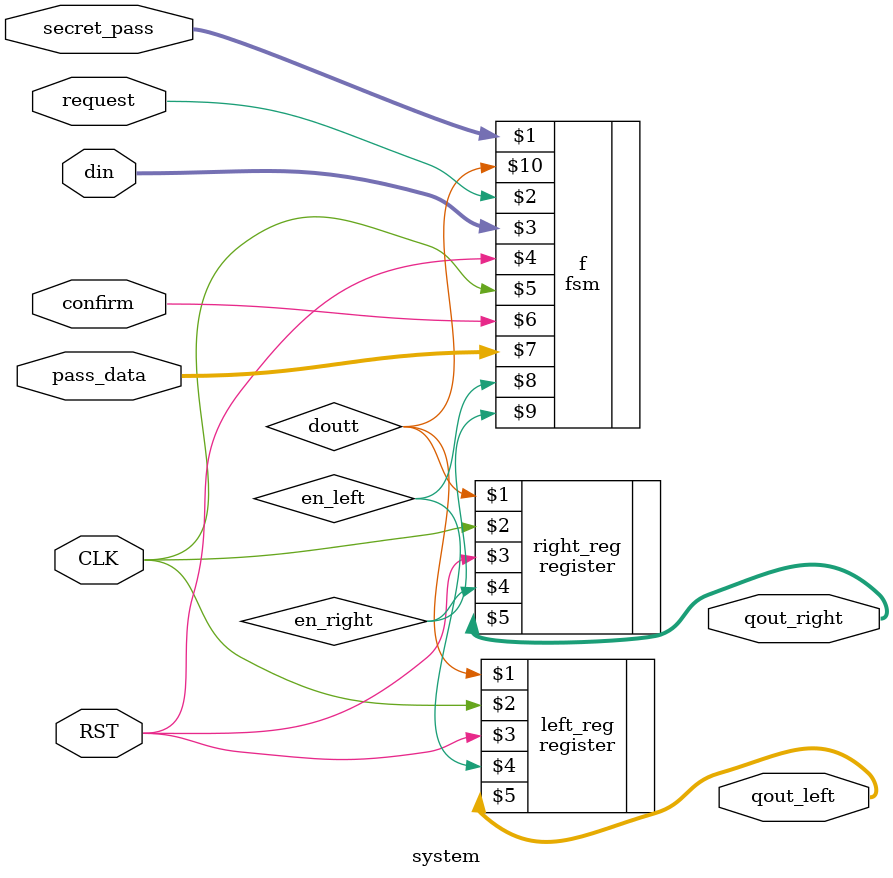
<source format=v>
`timescale 1ns / 1ps
module system (
   input [3:0]  secret_pass,
   input        request,
	input  [3:0] din,
	input        RST ,
	input        CLK ,
	input        confirm ,
	input  [3:0] pass_data ,
	output   [3:0] qout_left,
	output   [3:0] qout_right

);
	wire en_left ;
	wire en_right ;
	wire doutt;
	fsm f(secret_pass, request, din, RST , CLK , confirm , pass_data ,en_left , en_right , doutt);
	register left_reg(doutt, CLK, RST, en_left,  qout_left);
	register right_reg(doutt, CLK, RST, en_right,  qout_right);

	//register right_reg( RST ,en_right , CLK , doutt , qout_right);
	

endmodule

</source>
